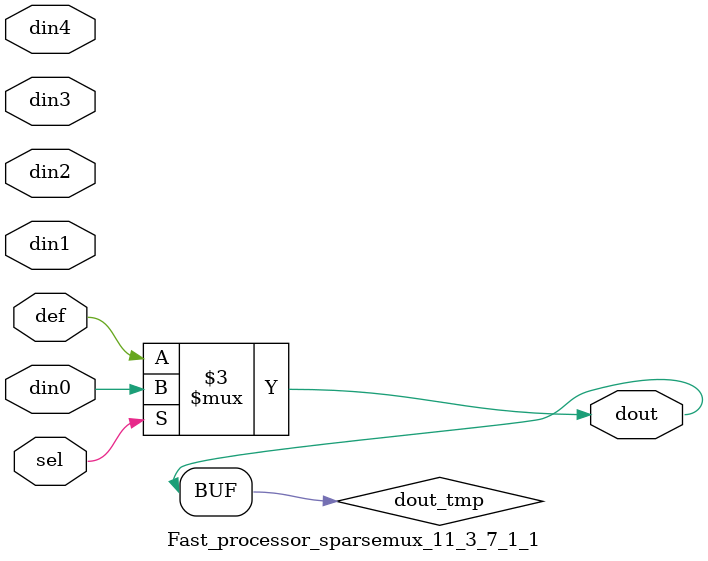
<source format=v>
`timescale 1ns / 1ps

module Fast_processor_sparsemux_11_3_7_1_1 (din0,din1,din2,din3,din4,def,sel,dout);

parameter din0_WIDTH = 1;

parameter din1_WIDTH = 1;

parameter din2_WIDTH = 1;

parameter din3_WIDTH = 1;

parameter din4_WIDTH = 1;

parameter def_WIDTH = 1;
parameter sel_WIDTH = 1;
parameter dout_WIDTH = 1;

parameter [sel_WIDTH-1:0] CASE0 = 1;

parameter [sel_WIDTH-1:0] CASE1 = 1;

parameter [sel_WIDTH-1:0] CASE2 = 1;

parameter [sel_WIDTH-1:0] CASE3 = 1;

parameter [sel_WIDTH-1:0] CASE4 = 1;

parameter ID = 1;
parameter NUM_STAGE = 1;



input [din0_WIDTH-1:0] din0;

input [din1_WIDTH-1:0] din1;

input [din2_WIDTH-1:0] din2;

input [din3_WIDTH-1:0] din3;

input [din4_WIDTH-1:0] din4;

input [def_WIDTH-1:0] def;
input [sel_WIDTH-1:0] sel;

output [dout_WIDTH-1:0] dout;



reg [dout_WIDTH-1:0] dout_tmp;

always @ (*) begin
case (sel)
    
    CASE0 : dout_tmp = din0;
    
    CASE1 : dout_tmp = din1;
    
    CASE2 : dout_tmp = din2;
    
    CASE3 : dout_tmp = din3;
    
    CASE4 : dout_tmp = din4;
    
    default : dout_tmp = def;
endcase
end


assign dout = dout_tmp;



endmodule

</source>
